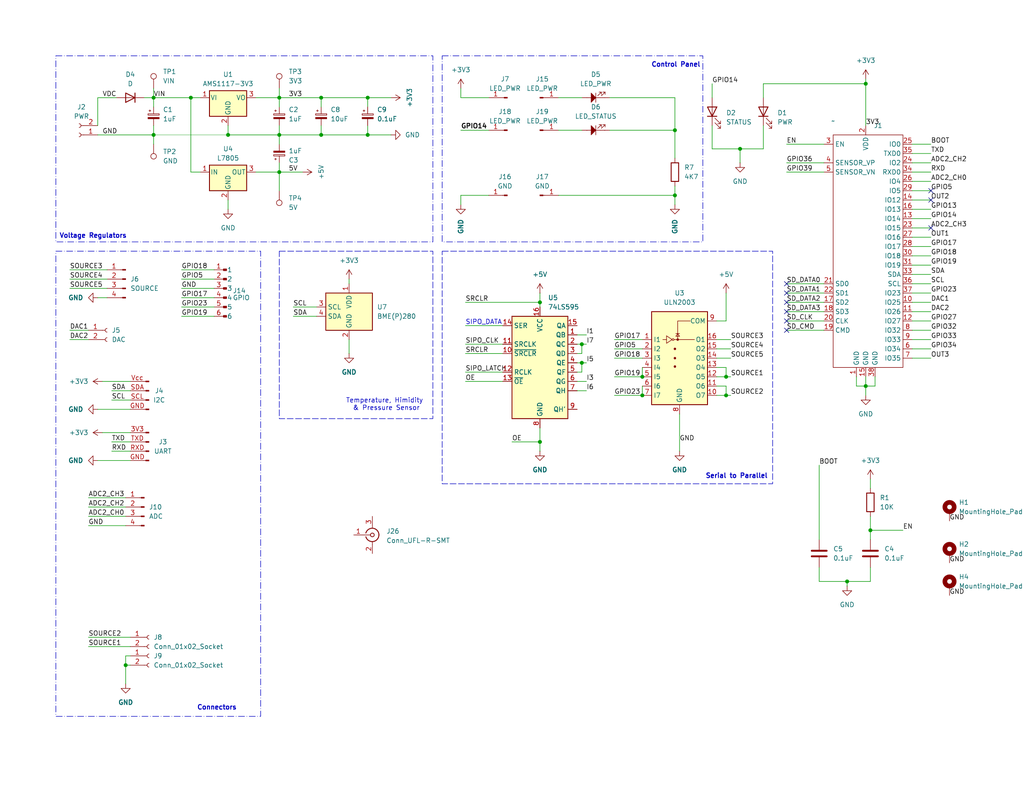
<source format=kicad_sch>
(kicad_sch (version 20231120) (generator "eeschema") (generator_version "8.0")
  (paper "USLetter")
  (title_block (title "ESP32 Sensor Node") (date "2024-07-03") (rev "v2.0") (comment 1 "ESP32-WROOM-32D Adapter"))
  (lib_symbols
    (symbol "+3V3_1" (power) (pin_numbers hide) (pin_names (offset 0) hide)
      (property "Value" "+3V3" (at 0 3.556 0))
      (symbol "+3V3_1_1_1"
        (pin power_in line (at 0 0 90) (length 0) (name "~") (number "1"))
      )
    )
    (symbol "+5V_1" (power) (pin_numbers hide) (pin_names (offset 0) hide)
      (property "Value" "+5V" (at 0 3.556 0))
      (symbol "+5V_1_1_1"
        (pin power_in line (at 0 0 90) (length 0) (name "~") (number "1"))
      )
    )
    (symbol "74xx:74LS595"
      (property "Reference" "U" (at -7.62 13.97 0))
      (property "Value" "74LS595" (at -7.62 -16.51 0))
      (symbol "74LS595_1_0"
        (pin tri_state line (at 10.16 7.62 180) (length 2.54) (name "QB") (number "1"))
        (pin input line (at -10.16 2.54 0) (length 2.54) (name "~{SRCLR}") (number "10"))
        (pin input line (at -10.16 5.08 0) (length 2.54) (name "SRCLK") (number "11"))
        (pin input line (at -10.16 -2.54 0) (length 2.54) (name "RCLK") (number "12"))
        (pin input line (at -10.16 -5.08 0) (length 2.54) (name "~{OE}") (number "13"))
        (pin input line (at -10.16 10.16 0) (length 2.54) (name "SER") (number "14"))
        (pin tri_state line (at 10.16 10.16 180) (length 2.54) (name "QA") (number "15"))
        (pin power_in line (at 0 15.24 270) (length 2.54) (name "VCC") (number "16"))
        (pin tri_state line (at 10.16 5.08 180) (length 2.54) (name "QC") (number "2"))
        (pin tri_state line (at 10.16 2.54 180) (length 2.54) (name "QD") (number "3"))
        (pin tri_state line (at 10.16 0 180) (length 2.54) (name "QE") (number "4"))
        (pin tri_state line (at 10.16 -2.54 180) (length 2.54) (name "QF") (number "5"))
        (pin tri_state line (at 10.16 -5.08 180) (length 2.54) (name "QG") (number "6"))
        (pin tri_state line (at 10.16 -7.62 180) (length 2.54) (name "QH") (number "7"))
        (pin power_in line (at 0 -17.78 90) (length 2.54) (name "GND") (number "8"))
        (pin output line (at 10.16 -12.7 180) (length 2.54) (name "QH'") (number "9"))
      )
    )
    (symbol "Alexander Symbol Library 2:Conn_UFL-R-SMT" (pin_names (offset 1.016) hide)
      (property "Reference" "J" (at -3.81 4.064 0))
      (property "Value" "Conn_UFL-R-SMT" (at 2.921 0 90))
      (symbol "Conn_UFL-R-SMT_1_1"
        (pin passive line (at -5.08 0 0) (length 2.54) (name "SIGNAL") (number "1"))
        (pin passive line (at 0 -5.08 90) (length 2.54) (name "GND") (number "2"))
        (pin passive line (at 0 5.08 270) (length 3.048) (name "GND") (number "3"))
      )
    )
    (symbol "Alexander Symbol Library:BME(P)280"
      (property "Reference" "U" (at -7.62 10.16 0))
      (property "Value" "BME(P)280" (at 5.08 10.16 0))
      (symbol "BME(P)280_1_1"
        (pin power_in line (at -1.27 10.16 270) (length 2.54) (name "VDD") (number "1"))
        (pin power_out line (at -1.27 -5.08 90) (length 2.54) (name "GND") (number "2"))
        (pin input line (at -10.16 3.81 0) (length 2.54) (name "SCL") (number "3"))
        (pin bidirectional line (at -10.16 1.27 0) (length 2.54) (name "SDA") (number "4"))
      )
    )
    (symbol "Alexander_Library_Symbols:Conn_2x3" (pin_names (offset 1.016))
      (property "Reference" "J" (at 0 0 0))
      (symbol "Conn_2x3_1_1"
        (pin bidirectional line (at -2.54 -2.54 0) (length 2.54) (name "1") (number "1"))
        (pin bidirectional line (at -2.54 -5.08 0) (length 2.54) (name "2") (number "2"))
        (pin bidirectional line (at -2.54 -7.62 0) (length 2.54) (name "3") (number "3"))
        (pin bidirectional line (at -2.54 -10.16 0) (length 2.54) (name "4") (number "4"))
        (pin bidirectional line (at -2.54 -12.7 0) (length 2.54) (name "5") (number "5"))
        (pin bidirectional line (at -2.54 -15.24 0) (length 2.54) (name "6") (number "6"))
      )
    )
    (symbol "Alexander_Library_Symbols:Conn_I2C_01x04" (pin_names (offset 1.016) hide)
      (property "Reference" "J" (at 0 5.08 0))
      (property "Value" "I2C" (at 0 -7.62 0))
      (symbol "Conn_I2C_01x04_1_1"
        (pin power_out line (at 5.08 -5.08 180) (length 3.81) (name "GND") (number "GND"))
        (pin bidirectional line (at 5.08 -2.54 180) (length 3.81) (name "SCL") (number "SCL"))
        (pin bidirectional line (at 5.08 0 180) (length 3.81) (name "SDA") (number "SDA"))
        (pin power_in line (at 5.08 2.54 180) (length 3.81) (name "VCC") (number "Vcc"))
      )
    )
    (symbol "Alexander_Library_Symbols:ESP32-WROOM-32D-SOCKET"
      (property "Reference" "J" (at 0 0 0))
      (symbol "ESP32-WROOM-32D-SOCKET_1_1"
        (pin power_out line (at 6.35 -69.85 90) (length 2.54) (name "GND") (number "1"))
        (pin bidirectional line (at 21.59 -49.53 180) (length 2.54) (name "IO25") (number "10"))
        (pin bidirectional line (at 21.59 -52.07 180) (length 2.54) (name "IO26") (number "11"))
        (pin bidirectional line (at 21.59 -54.61 180) (length 2.54) (name "IO27") (number "12"))
        (pin bidirectional line (at 21.59 -26.67 180) (length 2.54) (name "IO14") (number "13"))
        (pin bidirectional line (at 21.59 -21.59 180) (length 2.54) (name "IO12") (number "14"))
        (pin power_out line (at 8.89 -69.85 90) (length 2.54) (name "GND") (number "15"))
        (pin bidirectional line (at 21.59 -24.13 180) (length 2.54) (name "IO13") (number "16"))
        (pin input line (at -2.54 -49.53 0) (length 2.54) (name "SD2") (number "17"))
        (pin input line (at -2.54 -52.07 0) (length 2.54) (name "SD3") (number "18"))
        (pin input line (at -2.54 -57.15 0) (length 2.54) (name "CMD") (number "19"))
        (pin power_in line (at 8.89 -1.27 270) (length 2.54) (name "VDD") (number "2"))
        (pin input line (at -2.54 -54.61 0) (length 2.54) (name "CLK") (number "20"))
        (pin input line (at -2.54 -44.45 0) (length 2.54) (name "SD0") (number "21"))
        (pin input line (at -2.54 -46.99 0) (length 2.54) (name "SD1") (number "22"))
        (pin bidirectional line (at 21.59 -29.21 180) (length 2.54) (name "IO15") (number "23"))
        (pin bidirectional line (at 21.59 -11.43 180) (length 2.54) (name "IO2") (number "24"))
        (pin bidirectional line (at 21.59 -6.35 180) (length 2.54) (name "IO0") (number "25"))
        (pin bidirectional line (at 21.59 -16.51 180) (length 2.54) (name "IO4") (number "26"))
        (pin bidirectional line (at 21.59 -31.75 180) (length 2.54) (name "IO16") (number "27"))
        (pin bidirectional line (at 21.59 -34.29 180) (length 2.54) (name "IO17") (number "28"))
        (pin bidirectional line (at 21.59 -19.05 180) (length 2.54) (name "IO5") (number "29"))
        (pin input line (at -2.54 -6.35 0) (length 2.54) (name "EN") (number "3"))
        (pin bidirectional line (at 21.59 -36.83 180) (length 2.54) (name "IO18") (number "30"))
        (pin bidirectional line (at 21.59 -39.37 180) (length 2.54) (name "IO19") (number "31"))
        (pin bidirectional line (at 21.59 -41.91 180) (length 2.54) (name "SDA") (number "33"))
        (pin input line (at 21.59 -13.97 180) (length 2.54) (name "RXD0") (number "34"))
        (pin output line (at 21.59 -8.89 180) (length 2.54) (name "TXD0") (number "35"))
        (pin bidirectional line (at 21.59 -44.45 180) (length 2.54) (name "SCL") (number "36"))
        (pin bidirectional line (at 21.59 -46.99 180) (length 2.54) (name "IO23") (number "37"))
        (pin power_out line (at 11.43 -69.85 90) (length 2.54) (name "GND") (number "38"))
        (pin input line (at -2.54 -11.43 0) (length 2.54) (name "SENSOR_VP") (number "4"))
        (pin input line (at -2.54 -13.97 0) (length 2.54) (name "SENSOR_VN") (number "5"))
        (pin bidirectional line (at 21.59 -62.23 180) (length 2.54) (name "IO34") (number "6"))
        (pin bidirectional line (at 21.59 -64.77 180) (length 2.54) (name "IO35") (number "7"))
        (pin bidirectional line (at 21.59 -57.15 180) (length 2.54) (name "IO32") (number "8"))
        (pin bidirectional line (at 21.59 -59.69 180) (length 2.54) (name "IO33") (number "9"))
      )
    )
    (symbol "Conn_UART_1" (pin_names (offset 1.016) hide)
      (property "Reference" "J" (at 1.27 3.81 0))
      (property "Value" "UART" (at 2.54 -10.16 0))
      (symbol "Conn_UART_1_1_1"
        (pin power_in line (at 5.08 0 180) (length 3.81) (name "3V3") (number "3V3"))
        (pin power_out line (at 5.08 -7.62 180) (length 3.81) (name "GND") (number "GND"))
        (pin input line (at 5.08 -5.08 180) (length 3.81) (name "RXD") (number "RXD"))
        (pin output line (at 5.08 -2.54 180) (length 3.81) (name "TXD") (number "TXD"))
      )
    )
    (symbol "Connector:Conn_01x01_Pin" (pin_names (offset 1.016) hide)
      (property "Reference" "J" (at 0 2.54 0))
      (property "Value" "Conn_01x01_Pin" (at 0 -2.54 0))
      (symbol "Conn_01x01_Pin_1_1"
        (pin passive line (at 5.08 0 180) (length 3.81) (name "Pin_1") (number "1"))
      )
    )
    (symbol "Connector:Conn_01x02_Socket" (pin_names (offset 1.016) hide)
      (property "Reference" "J" (at 0 2.54 0))
      (property "Value" "Conn_01x02_Socket" (at 0 -5.08 0))
      (symbol "Conn_01x02_Socket_1_1"
        (pin passive line (at -5.08 0 0) (length 3.81) (name "Pin_1") (number "1"))
        (pin passive line (at -5.08 -2.54 0) (length 3.81) (name "Pin_2") (number "2"))
      )
    )
    (symbol "Connector:Conn_01x04_Pin" (pin_names (offset 1.016) hide)
      (property "Reference" "J" (at 0 5.08 0))
      (property "Value" "I2C" (at 0 -7.62 0))
      (symbol "Conn_01x04_Pin_1_1"
        (pin passive line (at 5.08 2.54 180) (length 3.81) (name "Pin_1") (number "1"))
        (pin passive line (at 5.08 0 180) (length 3.81) (name "Pin_2") (number "2"))
        (pin passive line (at 5.08 -2.54 180) (length 3.81) (name "Pin_3") (number "3"))
        (pin passive line (at 5.08 -5.08 180) (length 3.81) (name "Pin_4") (number "4"))
      )
    )
    (symbol "Connector:TestPoint" (pin_numbers hide) (pin_names (offset 0.762) hide)
      (property "Reference" "TP" (at 0 6.858 0))
      (property "Value" "TestPoint" (at 0 5.08 0))
      (symbol "TestPoint_1_1"
        (pin passive line (at 0 0 90) (length 2.54) (name "1") (number "1"))
      )
    )
    (symbol "Device:C" (pin_numbers hide) (pin_names (offset 0.254))
      (property "Reference" "C" (at 0.635 2.54 0))
      (property "Value" "C" (at 0.635 -2.54 0))
      (symbol "C_1_1"
        (pin passive line (at 0 3.81 270) (length 2.794) (name "~") (number "1"))
        (pin passive line (at 0 -3.81 90) (length 2.794) (name "~") (number "2"))
      )
    )
    (symbol "Device:C_Polarized_Small" (pin_numbers hide) (pin_names (offset 0.254) hide)
      (property "Reference" "C" (at 0.254 1.778 0))
      (property "Value" "C_Polarized_Small" (at 0.254 -2.032 0))
      (symbol "C_Polarized_Small_1_1"
        (pin passive line (at 0 2.54 270) (length 1.8542) (name "~") (number "1"))
        (pin passive line (at 0 -2.54 90) (length 1.8542) (name "~") (number "2"))
      )
    )
    (symbol "Device:D" (pin_numbers hide) (pin_names (offset 1.016) hide)
      (property "Reference" "D" (at 0 2.54 0))
      (property "Value" "D" (at 0 -2.54 0))
      (symbol "D_1_1"
        (pin passive line (at -3.81 0 0) (length 2.54) (name "K") (number "1"))
        (pin passive line (at 3.81 0 180) (length 2.54) (name "A") (number "2"))
      )
    )
    (symbol "Device:LED" (pin_numbers hide) (pin_names (offset 1.016) hide)
      (property "Reference" "D" (at 0 2.54 0))
      (property "Value" "LED" (at 0 -2.54 0))
      (symbol "LED_1_1"
        (pin passive line (at -3.81 0 0) (length 2.54) (name "K") (number "1"))
        (pin passive line (at 3.81 0 180) (length 2.54) (name "A") (number "2"))
      )
    )
    (symbol "Device:R" (pin_numbers hide) (pin_names (offset 0))
      (property "Reference" "R" (at 2.032 0 90))
      (property "Value" "R" (at 0 0 90))
      (symbol "R_1_1"
        (pin passive line (at 0 3.81 270) (length 1.27) (name "~") (number "1"))
        (pin passive line (at 0 -3.81 90) (length 1.27) (name "~") (number "2"))
      )
    )
    (symbol "GND_1" (power) (pin_numbers hide) (pin_names (offset 0) hide)
      (property "Value" "GND" (at 0 -3.81 0))
      (symbol "GND_1_1_1"
        (pin power_in line (at 0 0 270) (length 0) (name "~") (number "1"))
      )
    )
    (symbol "GND_3" (power) (pin_numbers hide) (pin_names (offset 0) hide)
      (property "Value" "GND" (at 0 -3.81 0))
      (symbol "GND_3_1_1"
        (pin power_in line (at 0 0 270) (length 0) (name "~") (number "1"))
      )
    )
    (symbol "GND_4" (power) (pin_numbers hide) (pin_names (offset 0) hide)
      (property "Value" "GND" (at 0 -3.81 0))
      (symbol "GND_4_1_1"
        (pin power_in line (at 0 0 270) (length 0) (name "~") (number "1"))
      )
    )
    (symbol "GND_5" (power) (pin_numbers hide) (pin_names (offset 0) hide)
      (property "Value" "GND" (at 0 -3.81 0))
      (symbol "GND_5_1_1"
        (pin power_in line (at 0 0 270) (length 0) (name "~") (number "1"))
      )
    )
    (symbol "Mechanical:MountingHole_Pad" (pin_numbers hide) (pin_names (offset 1.016) hide)
      (property "Reference" "H" (at 0 6.35 0))
      (property "Value" "MountingHole_Pad" (at 0 4.445 0))
      (symbol "MountingHole_Pad_1_1"
        (pin input line (at 0 -2.54 90) (length 2.54) (name "1") (number "1"))
      )
    )
    (symbol "PCM_SL_Devices:LED_5mm"
      (property "Reference" "D" (at -0.508 5.334 0))
      (property "Value" "LED_5mm" (at -0.508 2.794 0))
      (symbol "LED_5mm_1_1"
        (pin passive line (at 3.81 0 180) (length 1.5) (name "~") (number "1"))
        (pin passive line (at -3.81 0 0) (length 1.5) (name "") (number "2"))
      )
    )
    (symbol "Regulator_Linear:L7805" (pin_names (offset 0.254))
      (property "Reference" "U4" (at 0 6.35 0))
      (property "Value" "L7805" (at 0 3.81 0))
      (symbol "L7805_1_1"
        (pin power_in line (at -7.62 0 0) (length 2.54) (name "IN") (number "1"))
        (pin power_in line (at 0 -7.62 90) (length 2.54) (name "GND") (number "2"))
        (pin power_out line (at 7.62 0 180) (length 2.54) (name "OUT") (number "3"))
      )
    )
    (symbol "Regulator_Linear:LM78M05_TO220" (pin_names (offset 0.254))
      (property "Reference" "U" (at -3.81 3.175 0))
      (property "Value" "LM78M05_TO220" (at 0 3.175 0))
      (symbol "LM78M05_TO220_1_1"
        (pin power_in line (at -7.62 0 0) (length 2.54) (name "VI") (number "1"))
        (pin power_in line (at 0 -7.62 90) (length 2.54) (name "GND") (number "2"))
        (pin power_out line (at 7.62 0 180) (length 2.54) (name "VO") (number "3"))
      )
    )
    (symbol "Transistor_Array:ULN2003"
      (property "Reference" "U" (at 0 15.875 0))
      (property "Value" "ULN2003" (at 0 13.97 0))
      (symbol "ULN2003_1_1"
        (pin input line (at -10.16 5.08 0) (length 2.54) (name "I1") (number "1"))
        (pin open_collector line (at 10.16 -10.16 180) (length 2.54) (name "O7") (number "10"))
        (pin open_collector line (at 10.16 -7.62 180) (length 2.54) (name "O6") (number "11"))
        (pin open_collector line (at 10.16 -5.08 180) (length 2.54) (name "O5") (number "12"))
        (pin open_collector line (at 10.16 -2.54 180) (length 2.54) (name "O4") (number "13"))
        (pin open_collector line (at 10.16 0 180) (length 2.54) (name "O3") (number "14"))
        (pin open_collector line (at 10.16 2.54 180) (length 2.54) (name "O2") (number "15"))
        (pin open_collector line (at 10.16 5.08 180) (length 2.54) (name "O1") (number "16"))
        (pin input line (at -10.16 2.54 0) (length 2.54) (name "I2") (number "2"))
        (pin input line (at -10.16 0 0) (length 2.54) (name "I3") (number "3"))
        (pin input line (at -10.16 -2.54 0) (length 2.54) (name "I4") (number "4"))
        (pin input line (at -10.16 -5.08 0) (length 2.54) (name "I5") (number "5"))
        (pin input line (at -10.16 -7.62 0) (length 2.54) (name "I6") (number "6"))
        (pin input line (at -10.16 -10.16 0) (length 2.54) (name "I7") (number "7"))
        (pin power_in line (at 0 -15.24 90) (length 2.54) (name "GND") (number "8"))
        (pin passive line (at 10.16 10.16 180) (length 2.54) (name "COM") (number "9"))
      )
    )
    (symbol "power:+3V3" (power) (pin_names (offset 0))
      (property "Value" "+3V3" (at 0 3.556 0))
      (symbol "+3V3_1_1"
        (pin power_in line (at 0 0 90) (length 0) hide (name "+3V3") (number "1"))
      )
    )
    (symbol "power:+5V" (power) (pin_names (offset 0))
      (property "Value" "+5V" (at 0 3.556 0))
      (symbol "+5V_1_1"
        (pin power_in line (at 0 0 90) (length 0) hide (name "+5V") (number "1"))
      )
    )
    (symbol "power:GND" (power) (pin_names (offset 0))
      (property "Value" "GND" (at 0 -3.81 0))
      (symbol "GND_1_1"
        (pin power_in line (at 0 0 270) (length 0) hide (name "GND") (number "1"))
      )
    )
  )
  (junction (at 147.32 120.65))
  (junction (at 87.63 26.67))
  (junction (at 62.23 36.83))
  (junction (at 76.2 36.83))
  (junction (at 184.15 35.56))
  (junction (at 100.33 36.83))
  (junction (at 175.26 107.95))
  (junction (at 198.12 107.95))
  (junction (at 41.91 36.83))
  (junction (at 52.07 26.67))
  (junction (at 76.2 46.99))
  (junction (at 158.75 93.98))
  (junction (at 198.12 102.87))
  (junction (at 175.26 102.87))
  (junction (at 236.22 105.41))
  (junction (at 158.75 99.06))
  (junction (at 237.49 144.78))
  (junction (at 100.33 26.67))
  (junction (at 76.2 26.67))
  (junction (at 41.91 26.67))
  (junction (at 87.63 36.83))
  (junction (at 147.32 82.55))
  (junction (at 184.15 53.34))
  (junction (at 231.14 158.75))
  (junction (at 236.22 22.86))
  (junction (at 201.93 40.64))
  (junction (at 34.29 181.61))
  (no_connect (at 214.63 82.55))
  (no_connect (at 214.63 90.17))
  (no_connect (at 214.63 85.09))
  (no_connect (at 254 52.07))
  (no_connect (at 254 62.23))
  (no_connect (at 254 54.61))
  (no_connect (at 214.63 80.01))
  (no_connect (at 214.63 87.63))
  (no_connect (at 214.63 77.47))
  (wire (pts (xy 158.75 99.06) (xy 158.75 101.6)))
  (wire (pts (xy 248.92 44.45) (xy 254 44.45)))
  (wire (pts (xy 62.23 54.61) (xy 62.23 57.15)))
  (wire (pts (xy 52.07 26.67) (xy 54.61 26.67)))
  (wire (pts (xy 157.48 99.06) (xy 158.75 99.06)))
  (wire (pts (xy 214.63 87.63) (xy 224.79 87.63)))
  (wire (pts (xy 34.29 179.07) (xy 34.29 181.61)))
  (wire (pts (xy 30.48 109.22) (xy 35.56 109.22)))
  (wire (pts (xy 41.91 36.83) (xy 62.23 36.83)) (stroke (width 0.0254)))
  (wire (pts (xy 147.32 116.84) (xy 147.32 120.65)))
  (wire (pts (xy 198.12 105.41) (xy 198.12 107.95)))
  (wire (pts (xy 127 93.98) (xy 137.16 93.98)))
  (wire (pts (xy 184.15 26.67) (xy 184.15 35.56)))
  (wire (pts (xy 184.15 50.8) (xy 184.15 53.34)))
  (wire (pts (xy 24.13 173.99) (xy 35.56 173.99)))
  (wire (pts (xy 198.12 100.33) (xy 198.12 102.87)))
  (wire (pts (xy 223.52 158.75) (xy 231.14 158.75)))
  (wire (pts (xy 41.91 26.67) (xy 52.07 26.67)))
  (wire (pts (xy 248.92 49.53) (xy 254 49.53)))
  (wire (pts (xy 201.93 40.64) (xy 208.28 40.64)))
  (wire (pts (xy 214.63 85.09) (xy 224.79 85.09)))
  (wire (pts (xy 54.61 46.99) (xy 52.07 46.99)))
  (wire (pts (xy 30.48 120.65) (xy 35.56 120.65)))
  (wire (pts (xy 198.12 107.95) (xy 199.39 107.95)))
  (wire (pts (xy 24.13 140.97) (xy 34.29 140.97)))
  (wire (pts (xy 49.53 76.2) (xy 58.42 76.2)))
  (wire (pts (xy 127 96.52) (xy 137.16 96.52)))
  (wire (pts (xy 236.22 21.59) (xy 236.22 22.86)))
  (wire (pts (xy 248.92 64.77) (xy 254 64.77)))
  (wire (pts (xy 49.53 73.66) (xy 58.42 73.66)))
  (wire (pts (xy 27.94 104.14) (xy 35.56 104.14)))
  (wire (pts (xy 195.58 107.95) (xy 198.12 107.95)))
  (wire (pts (xy 62.23 34.29) (xy 62.23 36.83)))
  (wire (pts (xy 100.33 36.83) (xy 106.68 36.83)))
  (wire (pts (xy 195.58 92.71) (xy 199.39 92.71)))
  (wire (pts (xy 29.21 78.74) (xy 19.05 78.74)))
  (wire (pts (xy 233.68 105.41) (xy 236.22 105.41)))
  (wire (pts (xy 158.75 93.98) (xy 160.02 93.98)))
  (wire (pts (xy 125.73 26.67) (xy 125.73 24.13)))
  (wire (pts (xy 76.2 34.29) (xy 76.2 36.83)))
  (wire (pts (xy 175.26 105.41) (xy 175.26 107.95)))
  (wire (pts (xy 29.21 73.66) (xy 19.05 73.66)))
  (wire (pts (xy 248.92 39.37) (xy 254 39.37)))
  (wire (pts (xy 87.63 26.67) (xy 87.63 29.21)))
  (wire (pts (xy 198.12 87.63) (xy 195.58 87.63)))
  (wire (pts (xy 198.12 102.87) (xy 199.39 102.87)))
  (wire (pts (xy 194.31 22.86) (xy 194.31 26.67)))
  (wire (pts (xy 49.53 86.36) (xy 58.42 86.36)))
  (wire (pts (xy 26.67 81.28) (xy 29.21 81.28)))
  (wire (pts (xy 147.32 82.55) (xy 147.32 83.82)))
  (wire (pts (xy 49.53 81.28) (xy 58.42 81.28)))
  (wire (pts (xy 167.64 92.71) (xy 175.26 92.71)))
  (wire (pts (xy 125.73 53.34) (xy 125.73 55.88)))
  (wire (pts (xy 224.79 39.37) (xy 214.63 39.37)))
  (wire (pts (xy 166.37 35.56) (xy 184.15 35.56)))
  (wire (pts (xy 133.35 26.67) (xy 125.73 26.67)))
  (wire (pts (xy 147.32 80.01) (xy 147.32 82.55)))
  (wire (pts (xy 26.67 26.67) (xy 31.75 26.67)))
  (wire (pts (xy 233.68 102.87) (xy 233.68 105.41)))
  (wire (pts (xy 41.91 39.37) (xy 41.91 36.83)))
  (wire (pts (xy 19.05 90.17) (xy 24.13 90.17)))
  (wire (pts (xy 214.63 46.99) (xy 224.79 46.99)))
  (wire (pts (xy 34.29 181.61) (xy 35.56 181.61)))
  (wire (pts (xy 27.94 118.11) (xy 35.56 118.11)))
  (wire (pts (xy 41.91 26.67) (xy 41.91 29.21)))
  (wire (pts (xy 237.49 140.97) (xy 237.49 144.78)))
  (wire (pts (xy 237.49 144.78) (xy 246.38 144.78)))
  (wire (pts (xy 248.92 92.71) (xy 254 92.71)))
  (wire (pts (xy 41.91 34.29) (xy 41.91 36.83)))
  (wire (pts (xy 201.93 44.45) (xy 201.93 40.64)))
  (wire (pts (xy 195.58 105.41) (xy 198.12 105.41)))
  (wire (pts (xy 152.4 35.56) (xy 158.75 35.56)))
  (wire (pts (xy 214.63 80.01) (xy 224.79 80.01)))
  (wire (pts (xy 198.12 80.01) (xy 198.12 87.63)))
  (wire (pts (xy 24.13 176.53) (xy 35.56 176.53)))
  (wire (pts (xy 214.63 77.47) (xy 224.79 77.47)))
  (wire (pts (xy 157.48 96.52) (xy 158.75 96.52)))
  (wire (pts (xy 157.48 104.14) (xy 160.02 104.14)))
  (wire (pts (xy 208.28 34.29) (xy 208.28 40.64)))
  (wire (pts (xy 52.07 26.67) (xy 52.07 46.99)))
  (wire (pts (xy 167.64 102.87) (xy 175.26 102.87)))
  (wire (pts (xy 35.56 179.07) (xy 34.29 179.07)))
  (wire (pts (xy 76.2 46.99) (xy 82.55 46.99)))
  (wire (pts (xy 41.91 24.13) (xy 41.91 26.67)))
  (wire (pts (xy 76.2 36.83) (xy 87.63 36.83)))
  (wire (pts (xy 152.4 26.67) (xy 158.75 26.67)))
  (wire (pts (xy 195.58 97.79) (xy 199.39 97.79)))
  (wire (pts (xy 248.92 90.17) (xy 254 90.17)))
  (wire (pts (xy 248.92 80.01) (xy 254 80.01)))
  (wire (pts (xy 237.49 154.94) (xy 237.49 158.75)))
  (wire (pts (xy 208.28 22.86) (xy 208.28 26.67)))
  (wire (pts (xy 127 88.9) (xy 137.16 88.9)))
  (wire (pts (xy 80.01 86.36) (xy 86.36 86.36)))
  (wire (pts (xy 35.56 111.76) (xy 26.67 111.76)))
  (wire (pts (xy 195.58 95.25) (xy 199.39 95.25)))
  (wire (pts (xy 30.48 123.19) (xy 35.56 123.19)))
  (wire (pts (xy 125.73 35.56) (xy 133.35 35.56)))
  (wire (pts (xy 87.63 26.67) (xy 100.33 26.67)))
  (wire (pts (xy 248.92 87.63) (xy 254 87.63)))
  (wire (pts (xy 194.31 40.64) (xy 201.93 40.64)))
  (wire (pts (xy 76.2 36.83) (xy 76.2 39.37)))
  (wire (pts (xy 248.92 41.91) (xy 254 41.91)))
  (wire (pts (xy 248.92 85.09) (xy 254 85.09)))
  (wire (pts (xy 49.53 83.82) (xy 58.42 83.82)))
  (wire (pts (xy 237.49 144.78) (xy 237.49 147.32)))
  (wire (pts (xy 194.31 34.29) (xy 194.31 40.64)))
  (wire (pts (xy 147.32 120.65) (xy 147.32 123.19)))
  (wire (pts (xy 100.33 26.67) (xy 100.33 29.21)))
  (wire (pts (xy 62.23 36.83) (xy 76.2 36.83)))
  (wire (pts (xy 248.92 72.39) (xy 254 72.39)))
  (wire (pts (xy 214.63 90.17) (xy 224.79 90.17)))
  (wire (pts (xy 76.2 29.21) (xy 76.2 26.67)))
  (wire (pts (xy 236.22 22.86) (xy 236.22 34.29)))
  (wire (pts (xy 80.01 83.82) (xy 86.36 83.82)))
  (wire (pts (xy 248.92 46.99) (xy 254 46.99)))
  (wire (pts (xy 76.2 46.99) (xy 76.2 52.07)))
  (wire (pts (xy 248.92 57.15) (xy 254 57.15)))
  (wire (pts (xy 248.92 74.93) (xy 254 74.93)))
  (wire (pts (xy 26.67 36.83) (xy 41.91 36.83)))
  (wire (pts (xy 125.73 53.34) (xy 133.35 53.34)))
  (wire (pts (xy 214.63 44.45) (xy 224.79 44.45)))
  (wire (pts (xy 157.48 91.44) (xy 160.02 91.44)))
  (wire (pts (xy 35.56 125.73) (xy 26.67 125.73)))
  (wire (pts (xy 248.92 62.23) (xy 254 62.23)))
  (wire (pts (xy 100.33 34.29) (xy 100.33 36.83)))
  (wire (pts (xy 167.64 107.95) (xy 175.26 107.95)))
  (wire (pts (xy 95.25 76.2) (xy 95.25 77.47)))
  (wire (pts (xy 236.22 105.41) (xy 236.22 107.95)))
  (wire (pts (xy 248.92 54.61) (xy 254 54.61)))
  (wire (pts (xy 248.92 82.55) (xy 254 82.55)))
  (wire (pts (xy 248.92 97.79) (xy 254 97.79)))
  (wire (pts (xy 76.2 44.45) (xy 76.2 46.99)))
  (wire (pts (xy 127 101.6) (xy 137.16 101.6)))
  (wire (pts (xy 223.52 127) (xy 223.52 147.32)))
  (wire (pts (xy 24.13 135.89) (xy 34.29 135.89)))
  (wire (pts (xy 167.64 97.79) (xy 175.26 97.79)))
  (wire (pts (xy 184.15 53.34) (xy 184.15 55.88)))
  (wire (pts (xy 24.13 138.43) (xy 34.29 138.43)))
  (wire (pts (xy 69.85 46.99) (xy 76.2 46.99)))
  (wire (pts (xy 69.85 26.67) (xy 76.2 26.67)))
  (wire (pts (xy 19.05 92.71) (xy 24.13 92.71)))
  (wire (pts (xy 34.29 181.61) (xy 34.29 186.69)))
  (wire (pts (xy 127 82.55) (xy 147.32 82.55)))
  (wire (pts (xy 238.76 105.41) (xy 236.22 105.41)))
  (wire (pts (xy 248.92 52.07) (xy 254 52.07)))
  (wire (pts (xy 157.48 93.98) (xy 158.75 93.98)))
  (wire (pts (xy 238.76 102.87) (xy 238.76 105.41)))
  (wire (pts (xy 248.92 95.25) (xy 254 95.25)))
  (wire (pts (xy 184.15 35.56) (xy 184.15 43.18)))
  (wire (pts (xy 139.7 120.65) (xy 147.32 120.65)))
  (wire (pts (xy 248.92 69.85) (xy 254 69.85)))
  (wire (pts (xy 76.2 24.13) (xy 76.2 26.67)))
  (wire (pts (xy 248.92 59.69) (xy 254 59.69)))
  (wire (pts (xy 237.49 130.81) (xy 237.49 133.35)))
  (wire (pts (xy 195.58 100.33) (xy 198.12 100.33)))
  (wire (pts (xy 87.63 34.29) (xy 87.63 36.83)))
  (wire (pts (xy 30.48 106.68) (xy 35.56 106.68)))
  (wire (pts (xy 248.92 77.47) (xy 254 77.47)))
  (wire (pts (xy 26.67 26.67) (xy 26.67 34.29)))
  (wire (pts (xy 175.26 100.33) (xy 175.26 102.87)))
  (wire (pts (xy 152.4 53.34) (xy 184.15 53.34)))
  (wire (pts (xy 231.14 158.75) (xy 231.14 160.02)))
  (wire (pts (xy 24.13 143.51) (xy 34.29 143.51)))
  (wire (pts (xy 214.63 82.55) (xy 224.79 82.55)))
  (wire (pts (xy 157.48 101.6) (xy 158.75 101.6)))
  (wire (pts (xy 157.48 106.68) (xy 160.02 106.68)))
  (wire (pts (xy 95.25 92.71) (xy 95.25 96.52)))
  (wire (pts (xy 223.52 154.94) (xy 223.52 158.75)))
  (wire (pts (xy 195.58 102.87) (xy 198.12 102.87)))
  (wire (pts (xy 185.42 113.03) (xy 185.42 123.19)))
  (wire (pts (xy 76.2 26.67) (xy 87.63 26.67)))
  (wire (pts (xy 49.53 78.74) (xy 58.42 78.74)))
  (wire (pts (xy 29.21 76.2) (xy 19.05 76.2)))
  (wire (pts (xy 231.14 158.75) (xy 237.49 158.75)))
  (wire (pts (xy 208.28 22.86) (xy 236.22 22.86)))
  (wire (pts (xy 158.75 99.06) (xy 160.02 99.06)))
  (wire (pts (xy 236.22 102.87) (xy 236.22 105.41)))
  (wire (pts (xy 158.75 96.52) (xy 158.75 93.98)))
  (wire (pts (xy 248.92 67.31) (xy 254 67.31)))
  (wire (pts (xy 167.64 95.25) (xy 175.26 95.25)))
  (wire (pts (xy 166.37 26.67) (xy 184.15 26.67)))
  (wire (pts (xy 87.63 36.83) (xy 100.33 36.83)))
  (wire (pts (xy 100.33 26.67) (xy 106.68 26.67)))
  (wire (pts (xy 39.37 26.67) (xy 41.91 26.67)))
  (wire (pts (xy 127 104.14) (xy 137.16 104.14)))
  (rectangle (start 120.65 68.58) (end 210.82 132.08) (stroke (width 0) (type dash)))
  (rectangle (start 15.24 68.58) (end 71.12 195.58) (stroke (width 0) (type dash_dot)))
  (rectangle (start 76.2 68.58) (end 118.11 114.3) (stroke (width 0) (type dash)))
  (rectangle (start 120.65 15.24) (end 191.77 66.04) (stroke (width 0) (type dash_dot)))
  (rectangle (start 15.24 15.24) (end 118.11 66.04) (stroke (width 0) (type dash_dot)))
  (text "Voltage Regulators" (at 25.4 63.754 0) (effects (font (size 1.27 1.27) (thickness 0.254) (bold yes)) (justify top)))
  (text "Control Panel " (at 184.912 17.78 0) (effects (font (size 1.27 1.27) (thickness 0.254) (bold yes))))
  (text "Connectors\n" (at 59.182 193.294 0) (effects (font (size 1.27 1.27) (thickness 0.254) (bold yes))))
  (text "Serial to Parallel" (at 209.55 130.81 0) (effects (font (size 1.27 1.27) (bold yes)) (justify right bottom)))
  (text "Temperature, Himidity \n& Pressure Sensor" (at 105.41 110.49 0) (effects (font (size 1.27 1.27))))
  (label "SOURCE5" (at 199.39 97.79 0))
  (label "GND" (at 259.08 142.24 0))
  (label "SOURCE3" (at 19.05 73.66 0))
  (label "SOURCE4" (at 19.05 76.2 0))
  (label "SD_DATA1" (at 214.63 80.01 0))
  (label "SOURCE1" (at 24.13 176.53 0))
  (label "I7" (at 160.02 93.98 0))
  (label "GPIO5" (at 254 52.07 0))
  (label "SOURCE5" (at 19.05 78.74 0))
  (label "ADC2_CH2" (at 254 44.45 0))
  (label "OUT1" (at 254 64.77 0))
  (label "GPIO33" (at 254 92.71 0))
  (label "GPIO23" (at 167.64 107.95 0))
  (label "I3" (at 160.02 104.14 0))
  (label "OUT2" (at 254 54.61 0))
  (label "SD_DATA0" (at 214.63 77.47 0))
  (label "GPIO23" (at 254 80.01 0))
  (label "VDC" (at 27.94 26.67 0))
  (label "GPIO13" (at 254 57.15 0))
  (label "SCL" (at 80.01 83.82 0))
  (label "GPIO19" (at 167.64 102.87 0))
  (label "SIPO_CLK" (at 127 93.98 0))
  (label "SD_CLK" (at 214.63 87.63 0))
  (label "DAC2" (at 19.05 92.71 0))
  (label "OE" (at 139.7 120.65 0))
  (label "TXD" (at 254 41.91 0))
  (label "GPIO17" (at 167.64 92.71 0))
  (label "GPIO34" (at 254 95.25 0))
  (label "BOOT" (at 223.52 127 0))
  (label "ADC2_CH2" (at 24.13 138.43 0))
  (label "GPIO5" (at 167.64 95.25 0))
  (label "SDA" (at 254 74.93 0))
  (label "SD_CMD" (at 214.63 90.17 0))
  (label "ADC2_CH0" (at 24.13 140.97 0))
  (label "SD_DATA3" (at 214.63 85.09 0))
  (label "SIPO_LATCH" (at 127 101.6 0))
  (label "I5" (at 160.02 99.06 0))
  (label "GPIO23" (at 49.53 83.82 0))
  (label "GPIO5" (at 49.53 76.2 0))
  (label "SD_DATA2" (at 214.63 82.55 0))
  (label "GND" (at 24.13 143.51 0))
  (label "EN" (at 246.38 144.78 0))
  (label "SCL" (at 254 77.47 0))
  (label "GPIO18" (at 254 69.85 0))
  (label "GPIO14" (at 194.31 22.86 0))
  (label "GPIO14" (at 254 59.69 0))
  (label "RXD" (at 30.48 123.19 0))
  (label "SCL" (at 30.48 109.22 0))
  (label "GPIO18" (at 167.64 97.79 0))
  (label "GND" (at 49.53 78.74 0))
  (label "3V3" (at 236.22 34.29 0))
  (label "ADC2_CH3" (at 254 62.23 0))
  (label "OUT3" (at 254 97.79 0))
  (label "GPIO39" (at 214.63 46.99 0))
  (label "SOURCE1" (at 199.39 102.87 0))
  (label "GND" (at 259.08 153.67 0))
  (label "GPIO17" (at 49.53 81.28 0))
  (label "GPIO18" (at 49.53 73.66 0))
  (label "SOURCE2" (at 199.39 107.95 0))
  (label "BOOT" (at 254 39.37 0))
  (label "SRCLR" (at 127 82.55 0))
  (label "SOURCE3" (at 199.39 92.71 0))
  (label "ADC2_CH0" (at 254 49.53 0))
  (label "5V" (at 78.74 46.99 0))
  (label "ADC2_CH3" (at 24.13 135.89 0))
  (label "GND" (at 259.08 162.56 0))
  (label "VIN" (at 41.91 26.67 0))
  (label "DAC2" (at 254 85.09 0))
  (label "SDA" (at 80.01 86.36 0))
  (label "DAC1" (at 254 82.55 0))
  (label "3V3" (at 78.74 26.67 0))
  (label "OE" (at 127 104.14 0))
  (label "SDA" (at 30.48 106.68 0))
  (label "SRCLR" (at 127 96.52 0))
  (label "GPIO19" (at 49.53 86.36 0))
  (label "GPIO36" (at 214.63 44.45 0))
  (label "GPIO19" (at 254 72.39 0))
  (label "GPIO27" (at 254 87.63 0))
  (label "GND" (at 27.94 36.83 0))
  (label "I1" (at 160.02 91.44 0))
  (label "GPIO32" (at 254 90.17 0))
  (label "DAC1" (at 19.05 90.17 0))
  (label "EN" (at 214.63 39.37 0))
  (label "I6" (at 160.02 106.68 0))
  (label "SIPO_DATA" (at 127 88.9 0))
  (label "GND" (at 185.42 120.65 0))
  (label "GPIO17" (at 254 67.31 0))
  (label "GPIO14" (at 125.73 35.56 0) (effects (font (bold yes))))
  (label "SOURCE4" (at 199.39 95.25 0))
  (label "TXD" (at 30.48 120.65 0))
  (label "SOURCE2" (at 24.13 173.99 0))
  (label "RXD" (at 254 46.99 0))
  (symbol (lib_id "Connector:Conn_01x02_Socket") (at 29.21 90.17 0) (unit 1)
    (property "Reference" "J5" (at 30.48 90.1699 0) (effects (justify left)))
    (property "Value" "DAC" (at 30.48 92.7099 0) (effects (justify left)))
    (property "Footprint" "Connector_PinSocket_2.54mm:PinSocket_1x02_P2.54mm_Vertical" (effects (hide yes)))
  )
  (symbol (lib_id "power:GND") (at 106.68 36.83 90) (unit 1)
    (property "Reference" "#PWR03" (effects (hide yes)))
    (property "Value" "GND" (at 110.49 36.8299 90) (effects (justify right)))
  )
  (symbol (lib_id "Connector:Conn_01x04_Pin") (at 39.37 138.43 0) (mirror y) (unit 1)
    (property "Reference" "J10" (at 40.64 138.4299 0) (effects (justify right)))
    (property "Value" "ADC" (at 40.64 140.9699 0) (effects (justify right)))
    (property "Footprint" "Connector_PinSocket_2.54mm:PinSocket_1x04_P2.54mm_Vertical" (effects (hide yes)))
  )
  (symbol (lib_id "power:+3V3") (at 95.25 76.2 0) (unit 1)
    (property "Reference" "#PWR022" (effects (hide yes)))
    (property "Value" "+3V3" (at 95.25 71.12 0))
  )
  (symbol (lib_id "power:GND") (at 26.67 81.28 270) (unit 1)
    (property "Reference" "#PWR023" (effects (hide yes)))
    (property "Value" "GND" (at 22.86 81.28 90) (effects (font (bold yes)) (justify right)))
  )
  (symbol (lib_id "power:+3V3") (at 27.94 118.11 90) (unit 1)
    (property "Reference" "#PWR06" (effects (hide yes)))
    (property "Value" "+3V3" (at 24.13 118.1099 90) (effects (justify left)))
  )
  (symbol (lib_id "Alexander Symbol Library:BME(P)280") (at 96.52 87.63 0) (unit 1)
    (property "Reference" "U7" (at 102.87 83.8199 0) (effects (justify left)))
    (property "Value" "BME(P)280" (at 102.87 86.3599 0) (effects (justify left)))
    (property "Footprint" "Alexander Footprint Library:BME280_BMP280_I2C" (effects (hide yes)))
    (property "Description" "Absolute Barometric Pressure Sensor" (effects (hide yes)))
  )
  (symbol (lib_id "Device:LED") (at 194.31 30.48 90) (unit 1)
    (property "Reference" "D2" (at 198.12 30.7974 90) (effects (justify right)))
    (property "Value" "STATUS" (at 198.12 33.3374 90) (effects (justify right)))
    (property "Footprint" "LED_SMD:LED_1210_3225Metric_Pad1.42x2.65mm_HandSolder" (effects (hide yes)))
    (property "Description" "Light emitting diode" (effects (hide yes)))
  )
  (symbol (lib_id "Connector:Conn_01x01_Pin") (at 147.32 35.56 0) (mirror x) (unit 1) (on_board no)
    (property "Reference" "J19" (at 147.955 30.48 0))
    (property "Value" "LED_PWR" (at 147.955 33.02 0))
    (property "Footprint" "Alexander Footprint Library:Pad_1x01_P2.54_SMD" (effects (hide yes)))
    (property "Description" "Generic connector, single row, 01x01, script generated" (effects (hide yes)))
  )
  (symbol (lib_id "power:+3V3") (at 27.94 104.14 90) (unit 1)
    (property "Reference" "#PWR08" (effects (hide yes)))
    (property "Value" "+3V3" (at 24.13 104.14 90) (effects (justify left)))
  )
  (symbol (lib_id "power:+5V") (at 198.12 80.01 0) (unit 1)
    (property "Reference" "#PWR012" (effects (hide yes)))
    (property "Value" "+5V" (at 198.12 74.93 0))
  )
  (symbol (lib_id "Device:C_Polarized_Small") (at 87.63 31.75 0) (unit 1)
    (property "Reference" "C8" (at 90.17 29.9338 0) (effects (justify left)))
    (property "Value" "10uF" (at 90.17 32.4738 0) (effects (justify left)))
    (property "Footprint" "Capacitor_SMD:CP_Elec_3x5.3" (effects (hide yes)))
  )
  (symbol (lib_id "Transistor_Array:ULN2003") (at 185.42 97.79 0) (unit 1)
    (property "Reference" "U3" (at 185.42 80.01 0))
    (property "Value" "ULN2003" (at 185.42 82.55 0))
    (property "Footprint" "Package_DIP:DIP-16_W7.62mm" (effects (hide yes)))
    (property "Datasheet" "http://www.ti.com/lit/ds/symlink/uln2003a.pdf" (effects (hide yes)))
  )
  (symbol (lib_id "PCM_SL_Devices:LED_5mm") (at 162.56 26.67 0) (unit 1) (on_board no)
    (property "Reference" "D5" (at 162.56 20.32 0))
    (property "Value" "LED_PWR" (at 162.56 22.86 0))
    (property "Footprint" "LED_THT:LED_D5.0mm" (effects (hide yes)))
    (property "Description" "Common 5mm diameter LED" (effects (hide yes)))
  )
  (symbol (lib_name "Conn_UART_1") (lib_id "Alexander_Library_Symbols:Conn_UART") (at 40.64 118.11 0) (mirror y) (unit 1)
    (property "Reference" "J3" (at 44.45 120.65 0))
    (property "Value" "UART" (at 44.45 123.19 0))
    (property "Footprint" "Alexander Footprints Library:Conn_UART" (effects (hide yes)))
  )
  (symbol (lib_id "Device:C_Polarized_Small") (at 76.2 41.91 0) (mirror x) (unit 1)
    (property "Reference" "C3" (at 78.74 43.7261 0) (effects (justify left)))
    (property "Value" "1uF" (at 78.74 41.1861 0) (effects (justify left)))
    (property "Footprint" "Capacitor_THT:CP_Radial_D4.0mm_P2.00mm" (effects (hide yes)))
  )
  (symbol (lib_id "Device:C_Polarized_Small") (at 41.91 31.75 0) (unit 1)
    (property "Reference" "C1" (at 44.45 29.9339 0) (effects (justify left)))
    (property "Value" "1uF" (at 44.45 32.4739 0) (effects (justify left)))
    (property "Footprint" "Capacitor_THT:CP_Radial_D4.0mm_P2.00mm" (effects (hide yes)))
  )
  (symbol (lib_id "power:GND") (at 26.67 111.76 270) (unit 1)
    (property "Reference" "#PWR09" (effects (hide yes)))
    (property "Value" "GND" (at 22.86 111.76 90) (effects (font (bold yes)) (justify right)))
  )
  (symbol (lib_name "GND_4") (lib_id "power:GND") (at 147.32 123.19 0) (unit 1)
    (property "Reference" "#PWR016" (effects (hide yes)))
    (property "Value" "GND" (at 147.32 128.27 0) (effects (font (bold yes))))
    (property "Description" "Power symbol creates a global label with name \"GND\" , ground" (effects (hide yes)))
  )
  (symbol (lib_id "power:GND") (at 26.67 125.73 270) (unit 1)
    (property "Reference" "#PWR07" (effects (hide yes)))
    (property "Value" "GND" (at 22.86 125.73 90) (effects (font (bold yes)) (justify right)))
  )
  (symbol (lib_id "74xx:74LS595") (at 147.32 99.06 0) (unit 1) (on_board no)
    (property "Reference" "U5" (at 149.5141 81.28 0) (effects (justify left)))
    (property "Value" "74LS595" (at 149.5141 83.82 0) (effects (justify left)))
    (property "Footprint" "Package_DIP:DIP-16_W7.62mm" (effects (hide yes)))
    (property "Datasheet" "http://www.ti.com/lit/gpn/sn74ls595" (effects (hide yes)))
    (property "Description" "8-bit serial in/out Shift Register 3-State Outputs" (effects (hide yes)))
  )
  (symbol (lib_id "Connector:Conn_01x01_Pin") (at 147.32 26.67 0) (mirror x) (unit 1) (on_board no)
    (property "Reference" "J15" (at 147.955 21.59 0))
    (property "Value" "LED_PWR" (at 147.955 24.13 0))
    (property "Footprint" "Alexander Footprint Library:Pad_1x01_P2.54_SMD" (effects (hide yes)))
    (property "Description" "Generic connector, single row, 01x01, script generated" (effects (hide yes)))
  )
  (symbol (lib_id "Mechanical:MountingHole_Pad") (at 259.08 151.13 0) (unit 1)
    (property "Reference" "H2" (at 261.62 148.59 0) (effects (justify left)))
    (property "Value" "MountingHole_Pad" (at 261.62 151.13 0) (effects (justify left)))
    (property "Footprint" "MountingHole:MountingHole_3mm" (effects (hide yes)))
  )
  (symbol (lib_id "power:GND") (at 185.42 123.19 0) (unit 1)
    (property "Reference" "#PWR010" (effects (hide yes)))
    (property "Value" "GND" (at 185.42 128.27 0) (effects (font (bold yes))))
  )
  (symbol (lib_name "GND_3") (lib_id "power:GND") (at 201.93 44.45 0) (unit 1)
    (property "Reference" "#PWR015" (effects (hide yes)))
    (property "Value" "GND" (at 201.93 49.53 0))
    (property "Description" "Power symbol creates a global label with name \"GND\" , ground" (effects (hide yes)))
  )
  (symbol (lib_id "Connector:Conn_01x02_Socket") (at 40.64 179.07 0) (unit 1)
    (property "Reference" "J9" (at 41.91 179.07 0) (effects (justify left)))
    (property "Value" "Conn_01x02_Socket" (at 41.91 181.61 0) (effects (justify left)))
    (property "Footprint" "Alexander Footprints Library:Conn_Terminal_5mm" (effects (hide yes)))
  )
  (symbol (lib_id "Connector:Conn_01x04_Pin") (at 34.29 76.2 0) (mirror y) (unit 1)
    (property "Reference" "J6" (at 35.56 76.1999 0) (effects (justify right)))
    (property "Value" "SOURCE" (at 35.56 78.7399 0) (effects (justify right)))
    (property "Footprint" "Connector_PinSocket_2.54mm:PinSocket_1x04_P2.54mm_Vertical" (effects (hide yes)))
  )
  (symbol (lib_id "power:+3V3") (at 237.49 130.81 0) (unit 1)
    (property "Reference" "#PWR024" (effects (hide yes)))
    (property "Value" "+3V3" (at 237.49 125.73 0))
  )
  (symbol (lib_name "GND_3") (lib_id "power:GND") (at 231.14 160.02 0) (unit 1)
    (property "Reference" "#PWR025" (effects (hide yes)))
    (property "Value" "GND" (at 231.14 165.1 0))
    (property "Description" "Power symbol creates a global label with name \"GND\" , ground" (effects (hide yes)))
  )
  (symbol (lib_id "Device:C") (at 237.49 151.13 0) (unit 1)
    (property "Reference" "C4" (at 241.3 149.8599 0) (effects (justify left)))
    (property "Value" "0.1uF" (at 241.3 152.3999 0) (effects (justify left)))
    (property "Footprint" "Capacitor_SMD:CP_Elec_3x5.3" (effects (hide yes)))
    (property "Description" "Unpolarized capacitor" (effects (hide yes)))
  )
  (symbol (lib_name "GND_1") (lib_id "power:GND") (at 34.29 186.69 0) (unit 1)
    (property "Reference" "#PWR014" (effects (hide yes)))
    (property "Value" "GND" (at 34.29 191.77 0) (effects (font (bold yes))))
    (property "Description" "Power symbol creates a global label with name \"GND\" , ground" (effects (hide yes)))
  )
  (symbol (lib_name "+3V3_1") (lib_id "power:+3V3") (at 125.73 24.13 0) (unit 1)
    (property "Reference" "#PWR026" (effects (hide yes)))
    (property "Value" "+3V3" (at 125.73 19.05 0))
    (property "Description" "Power symbol creates a global label with name \"+3V3\"" (effects (hide yes)))
  )
  (symbol (lib_id "Device:D") (at 35.56 26.67 180) (unit 1)
    (property "Reference" "D4" (at 35.56 20.32 0))
    (property "Value" "D" (at 35.56 22.86 0))
    (property "Footprint" "Diode_SMD:D_1210_3225Metric" (effects (hide yes)))
    (property "Description" "Diode" (effects (hide yes)))
    (property "Sim.Device" "D" (effects (hide yes)))
    (property "Sim.Pins" "1=K 2=A" (effects (hide yes)))
  )
  (symbol (lib_id "Connector:TestPoint") (at 76.2 52.07 180) (unit 1)
    (property "Reference" "TP4" (at 78.74 54.1019 0) (effects (justify right)))
    (property "Value" "5V" (at 78.74 56.6419 0) (effects (justify right)))
    (property "Footprint" "TestPoint:TestPoint_Pad_D1.5mm" (effects (hide yes)))
    (property "Description" "test point" (effects (hide yes)))
  )
  (symbol (lib_id "PCM_SL_Devices:LED_5mm") (at 162.56 35.56 0) (unit 1) (on_board no)
    (property "Reference" "D6" (at 162.56 29.21 0))
    (property "Value" "LED_STATUS" (at 162.56 31.75 0))
    (property "Footprint" "LED_THT:LED_D5.0mm" (effects (hide yes)))
    (property "Description" "Common 5mm diameter LED" (effects (hide yes)))
  )
  (symbol (lib_id "Connector:Conn_01x02_Socket") (at 40.64 173.99 0) (unit 1)
    (property "Reference" "J8" (at 41.91 173.99 0) (effects (justify left)))
    (property "Value" "Conn_01x02_Socket" (at 41.91 176.53 0) (effects (justify left)))
    (property "Footprint" "Alexander Footprints Library:Conn_Terminal_5mm" (effects (hide yes)))
  )
  (symbol (lib_id "Connector:Conn_01x02_Socket") (at 21.59 36.83 180) (unit 1)
    (property "Reference" "J2" (at 22.225 29.21 0))
    (property "Value" "PWR" (at 22.225 31.75 0))
    (property "Footprint" "Connector_PinSocket_2.54mm:PinSocket_1x02_P2.54mm_Vertical" (effects (hide yes)))
  )
  (symbol (lib_id "Regulator_Linear:L7805") (at 62.23 46.99 0) (unit 1)
    (property "Reference" "U4" (at 62.23 40.64 0))
    (property "Value" "L7805" (at 62.23 43.18 0))
    (property "Footprint" "Alexander Footprint Library:LD1117" (effects (hide yes)))
    (property "Datasheet" "datasheets/Voltage-Regulator_L7805.pdf" (effects (hide yes)))
    (property "Description" "Voltage Regulator 1.5A Positive" (effects (hide yes)))
  )
  (symbol (lib_id "Device:R") (at 184.15 46.99 0) (unit 1) (on_board no)
    (property "Reference" "R7" (at 186.69 45.7199 0) (effects (justify left)))
    (property "Value" "4K7" (at 186.69 48.2599 0) (effects (justify left)))
    (property "Footprint" "Resistor_SMD:R_1206_3216Metric_Pad1.30x1.75mm_HandSolder" (effects (hide yes)))
  )
  (symbol (lib_id "Device:C_Polarized_Small") (at 100.33 31.75 0) (unit 1)
    (property "Reference" "C9" (at 102.87 29.9338 0) (effects (justify left)))
    (property "Value" "0.1uF" (at 102.87 32.4738 0) (effects (justify left)))
    (property "Footprint" "Capacitor_SMD:CP_Elec_3x5.3" (effects (hide yes)))
  )
  (symbol (lib_id "Device:LED") (at 208.28 30.48 90) (unit 1)
    (property "Reference" "D1" (at 212.09 30.7974 90) (effects (justify right)))
    (property "Value" "PWR" (at 212.09 33.3374 90) (effects (justify right)))
    (property "Footprint" "LED_SMD:LED_1210_3225Metric_Pad1.42x2.65mm_HandSolder" (effects (hide yes)))
    (property "Description" "Light emitting diode" (effects (hide yes)))
  )
  (symbol (lib_id "Alexander Symbol Library 2:Conn_UFL-R-SMT") (at 101.6 146.05 0) (unit 1) (on_board no)
    (property "Reference" "J26" (at 105.41 145.0339 0) (effects (justify left)))
    (property "Value" "Conn_UFL-R-SMT" (at 105.41 147.5739 0) (effects (justify left)))
    (property "Footprint" "Alexander Footprint Library:COAX2_U.FL-R-SMT-101_HIR" (effects (hide yes)))
    (property "Datasheet" " ~" (effects (hide yes)))
    (property "Description" "coaxial connector (BNC, SMA, SMB, SMC, Cinch/RCA, LEMO, ...)" (effects (hide yes)))
  )
  (symbol (lib_id "power:GND") (at 125.73 55.88 0) (unit 1)
    (property "Reference" "#PWR028" (effects (hide yes)))
    (property "Value" "GND" (at 125.73 59.69 90) (effects (font (bold yes)) (justify right)))
  )
  (symbol (lib_id "Connector:Conn_01x01_Pin") (at 138.43 35.56 180) (unit 1) (on_board no)
    (property "Reference" "J18" (at 137.795 30.48 0))
    (property "Value" "LED_PWR" (at 137.795 33.02 0))
    (property "Footprint" "Alexander Footprint Library:PinSocket_1x01_P2.54" (effects (hide yes)))
    (property "Description" "Generic connector, single row, 01x01, script generated" (effects (hide yes)))
  )
  (symbol (lib_id "power:GND") (at 62.23 57.15 0) (unit 1)
    (property "Reference" "#PWR013" (effects (hide yes)))
    (property "Value" "GND" (at 62.23 62.23 0))
  )
  (symbol (lib_id "Device:C_Polarized_Small") (at 76.2 31.75 0) (unit 1)
    (property "Reference" "C2" (at 78.74 29.9339 0) (effects (justify left)))
    (property "Value" "1uF" (at 78.74 32.4739 0) (effects (justify left)))
    (property "Footprint" "Capacitor_THT:CP_Radial_D4.0mm_P2.00mm" (effects (hide yes)))
  )
  (symbol (lib_id "Connector:Conn_01x01_Pin") (at 138.43 26.67 180) (unit 1) (on_board no)
    (property "Reference" "J7" (at 137.795 21.59 0))
    (property "Value" "LED_PWR" (at 137.795 24.13 0))
    (property "Footprint" "Alexander Footprint Library:PinSocket_1x01_P2.54" (effects (hide yes)))
    (property "Description" "Generic connector, single row, 01x01, script generated" (effects (hide yes)))
  )
  (symbol (lib_id "power:+3V3") (at 236.22 21.59 0) (unit 1)
    (property "Reference" "#PWR02" (effects (hide yes)))
    (property "Value" "+3V3" (at 236.22 16.51 0))
  )
  (symbol (lib_id "Connector:TestPoint") (at 41.91 39.37 180) (unit 1)
    (property "Reference" "TP2" (at 44.45 41.4019 0) (effects (justify right)))
    (property "Value" "GND" (at 44.45 43.9419 0) (effects (justify right)))
    (property "Footprint" "TestPoint:TestPoint_Pad_D1.5mm" (effects (hide yes)))
    (property "Description" "test point" (effects (hide yes)))
  )
  (symbol (lib_id "Connector:Conn_01x01_Pin") (at 138.43 53.34 180) (unit 1) (on_board no)
    (property "Reference" "J16" (at 137.795 48.26 0))
    (property "Value" "GND" (at 137.795 50.8 0))
    (property "Footprint" "Alexander Footprint Library:PinSocket_1x01_P2.54" (effects (hide yes)))
    (property "Description" "Generic connector, single row, 01x01, script generated" (effects (hide yes)))
  )
  (symbol (lib_id "power:+5V") (at 82.55 46.99 270) (unit 1)
    (property "Reference" "#PWR05" (effects (hide yes)))
    (property "Value" "+5V" (at 87.63 46.99 0))
  )
  (symbol (lib_id "Mechanical:MountingHole_Pad") (at 259.08 139.7 0) (unit 1)
    (property "Reference" "H1" (at 261.62 137.16 0) (effects (justify left)))
    (property "Value" "MountingHole_Pad" (at 261.62 139.7 0) (effects (justify left)))
    (property "Footprint" "MountingHole:MountingHole_3mm" (effects (hide yes)))
  )
  (symbol (lib_id "Device:C") (at 223.52 151.13 0) (unit 1)
    (property "Reference" "C5" (at 227.33 149.8599 0) (effects (justify left)))
    (property "Value" "0.1uF" (at 227.33 152.3999 0) (effects (justify left)))
    (property "Footprint" "Capacitor_SMD:CP_Elec_3x5.3" (effects (hide yes)))
    (property "Description" "Unpolarized capacitor" (effects (hide yes)))
  )
  (symbol (lib_id "Connector:TestPoint") (at 41.91 24.13 0) (unit 1)
    (property "Reference" "TP1" (at 44.45 19.5579 0) (effects (justify left)))
    (property "Value" "VIN" (at 44.45 22.0979 0) (effects (justify left)))
    (property "Footprint" "TestPoint:TestPoint_Pad_D1.5mm" (effects (hide yes)))
    (property "Description" "test point" (effects (hide yes)))
  )
  (symbol (lib_id "Regulator_Linear:LM78M05_TO220") (at 62.23 26.67 0) (unit 1)
    (property "Reference" "U1" (at 62.23 20.32 0))
    (property "Value" "AMS1117-3V3" (at 62.23 22.86 0))
    (property "Footprint" "Package_TO_SOT_SMD:SOT-223-3_TabPin2" (effects (hide yes)))
    (property "Datasheet" "https://www.onsemi.com/pub/Collateral/MC78M00-D.PDF" (effects (hide yes)))
  )
  (symbol (lib_id "Mechanical:MountingHole_Pad") (at 259.08 160.02 0) (unit 1)
    (property "Reference" "H4" (at 261.62 157.48 0) (effects (justify left)))
    (property "Value" "MountingHole_Pad" (at 261.62 160.02 0) (effects (justify left)))
    (property "Footprint" "MountingHole:MountingHole_3mm" (effects (hide yes)))
  )
  (symbol (lib_id "Alexander_Library_Symbols:Conn_2x3") (at 60.96 71.12 0) (unit 1)
    (property "Reference" "J14" (at 63.5 79.3749 0) (effects (justify left)))
    (property "Value" "GPIO" (at 63.5 81.28 0) (effects (justify left)))
    (property "Footprint" "Alexander Footprint Library:CONN_2x3" (effects (hide yes)))
    (property "Description" "Connector 2x3" (effects (hide yes)))
  )
  (symbol (lib_id "power:+3V3") (at 106.68 26.67 270) (unit 1)
    (property "Reference" "#PWR04" (effects (hide yes)))
    (property "Value" "+3V3" (at 111.76 26.67 0))
  )
  (symbol (lib_id "Connector:TestPoint") (at 76.2 24.13 0) (unit 1)
    (property "Reference" "TP3" (at 78.74 19.5579 0) (effects (justify left)))
    (property "Value" "3V3" (at 78.74 22.0979 0) (effects (justify left)))
    (property "Footprint" "TestPoint:TestPoint_Pad_D1.5mm" (effects (hide yes)))
    (property "Description" "test point" (effects (hide yes)))
  )
  (symbol (lib_id "Alexander_Library_Symbols:Conn_I2C_01x04") (at 40.64 106.68 0) (mirror y) (unit 1)
    (property "Reference" "J4" (at 43.434 106.68 0))
    (property "Value" "I2C" (at 43.434 109.22 0))
    (property "Footprint" "Alexander Footprints Library:Conn_I2C" (effects (hide yes)))
  )
  (symbol (lib_name "GND_5") (lib_id "power:GND") (at 95.25 96.52 0) (unit 1)
    (property "Reference" "#PWR021" (effects (hide yes)))
    (property "Value" "GND" (at 95.25 101.6 0) (effects (font (bold yes))))
    (property "Description" "Power symbol creates a global label with name \"GND\" , ground" (effects (hide yes)))
  )
  (symbol (lib_id "Device:R") (at 237.49 137.16 0) (unit 1)
    (property "Reference" "R1" (at 240.03 135.89 0) (effects (justify left)))
    (property "Value" "10K" (at 240.03 138.43 0) (effects (justify left)))
    (property "Footprint" "Resistor_SMD:R_1206_3216Metric_Pad1.30x1.75mm_HandSolder" (effects (hide yes)))
  )
  (symbol (lib_id "power:GND") (at 184.15 55.88 0) (unit 1)
    (property "Reference" "#PWR027" (effects (hide yes)))
    (property "Value" "GND" (at 184.15 59.69 90) (effects (font (bold yes)) (justify right)))
  )
  (symbol (lib_name "+5V_1") (lib_id "power:+5V") (at 147.32 80.01 0) (unit 1)
    (property "Reference" "#PWR017" (effects (hide yes)))
    (property "Value" "+5V" (at 147.32 74.93 0))
    (property "Description" "Power symbol creates a global label with name \"+5V\"" (effects (hide yes)))
  )
  (symbol (lib_id "Connector:Conn_01x01_Pin") (at 147.32 53.34 0) (mirror x) (unit 1) (on_board no)
    (property "Reference" "J17" (at 147.955 48.26 0))
    (property "Value" "GND" (at 147.955 50.8 0))
    (property "Footprint" "Alexander Footprint Library:Pad_1x01_P2.54_SMD" (effects (hide yes)))
    (property "Description" "Generic connector, single row, 01x01, script generated" (effects (hide yes)))
  )
  (symbol (lib_id "power:GND") (at 236.22 107.95 0) (unit 1)
    (property "Reference" "#PWR01" (effects (hide yes)))
    (property "Value" "GND" (at 236.22 113.03 0))
  )
  (symbol (lib_id "Alexander_Library_Symbols:ESP32-WROOM-32D-SOCKET") (at 227.33 33.02 0) (unit 1)
    (property "Reference" "J1" (at 238.4141 34.29 0) (effects (justify left)))
    (property "Value" "~" (at 227.33 33.02 0))
    (property "Footprint" "Alexander Footprint Library:ESP32-WROOM-Adapter-Socket-2" (effects (hide yes)))
  )
  (sheet (at 318.77 -1.27) (size 354.33 3.81) (stroke (width 0.1524))
    (property "Sheetname" "Schematics Snips" (at 318.77 -1.9816 0) (show_name yes) (effects (justify left bottom)))
    (property "Sheetfile" "schematics-snips.kicad_sch" (at 318.77 3.1246 0) (show_name yes) (effects (justify left top)))
  )
)
</source>
